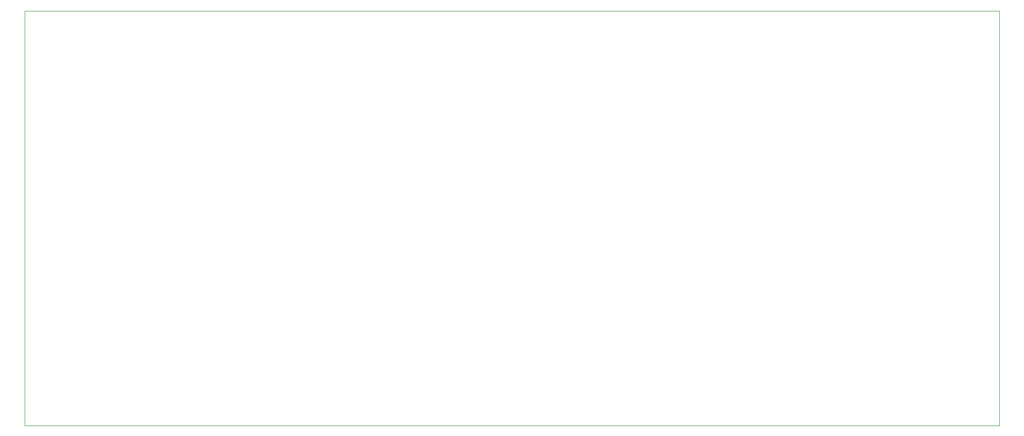
<source format=gbr>
%TF.GenerationSoftware,KiCad,Pcbnew,6.0.2+dfsg-1*%
%TF.CreationDate,2023-04-17T17:17:59+02:00*%
%TF.ProjectId,TransportPlatform_PCB,5472616e-7370-46f7-9274-506c6174666f,rev?*%
%TF.SameCoordinates,Original*%
%TF.FileFunction,Profile,NP*%
%FSLAX46Y46*%
G04 Gerber Fmt 4.6, Leading zero omitted, Abs format (unit mm)*
G04 Created by KiCad (PCBNEW 6.0.2+dfsg-1) date 2023-04-17 17:17:59*
%MOMM*%
%LPD*%
G01*
G04 APERTURE LIST*
%TA.AperFunction,Profile*%
%ADD10C,0.100000*%
%TD*%
G04 APERTURE END LIST*
D10*
X36322000Y-97000000D02*
X36322000Y-23000000D01*
X210000000Y-97000000D02*
X36322000Y-97000000D01*
X36322000Y-23000000D02*
X210000000Y-23000000D01*
X210000000Y-23000000D02*
X210000000Y-97000000D01*
M02*

</source>
